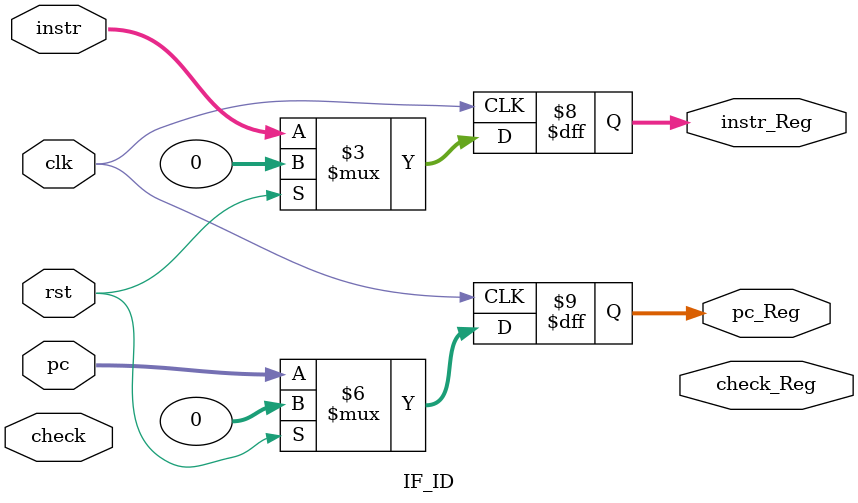
<source format=v>
module IF_ID( clk, rst, pc, instr, check, pc_Reg, instr_Reg, check_Reg );

	input [31:0] pc, instr;
	input clk, rst ;
	input [6:0] check ;
	output reg [6:0] check_Reg ;
	output reg [31:0] instr_Reg, pc_Reg;

	always@( posedge clk )
	begin
		if ( rst )
		begin
			pc_Reg <= 0;
			instr_Reg <= 0;
			
		end
		else
		begin
			pc_Reg <= pc;
			instr_Reg <= instr;
			
		end
	end
	
endmodule 

</source>
